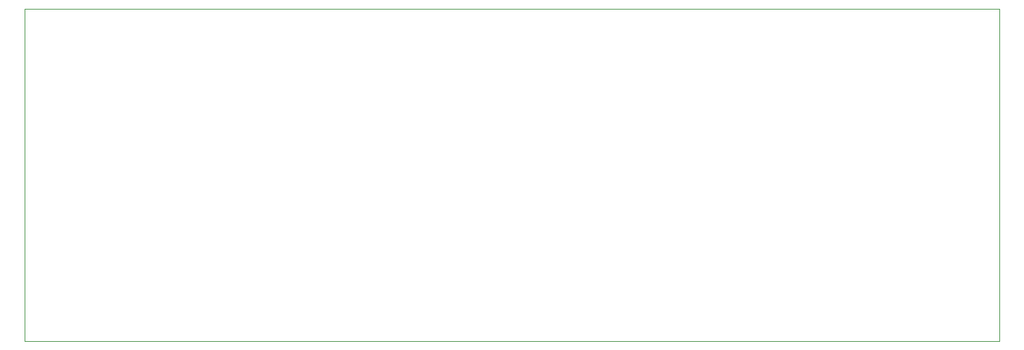
<source format=gbr>
%FSLAX34Y34*%
G04 Gerber Fmt 3.4, Leading zero omitted, Abs format*
G04 (created by PCBNEW (2014-03-18 BZR 4754)-product) date Tue 01 Apr 2014 06:21:33 PM CDT*
%MOIN*%
G01*
G70*
G90*
G04 APERTURE LIST*
%ADD10C,0.006000*%
%ADD11C,0.003937*%
G04 APERTURE END LIST*
G54D10*
G54D11*
X52250Y-30000D02*
X52250Y-46250D01*
X99750Y-30000D02*
X99750Y-46250D01*
X52250Y-46250D02*
X99750Y-46250D01*
X52250Y-30000D02*
X99750Y-30000D01*
M02*

</source>
